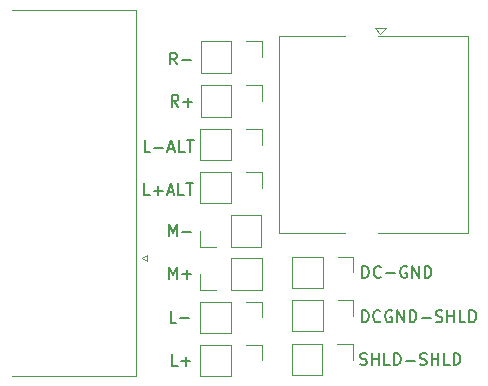
<source format=gbr>
%TF.GenerationSoftware,KiCad,Pcbnew,(5.1.10-1-10_14)*%
%TF.CreationDate,2021-06-16T16:32:42-07:00*%
%TF.ProjectId,XDS-Analog-to-StudioHub,5844532d-416e-4616-9c6f-672d746f2d53,rev?*%
%TF.SameCoordinates,Original*%
%TF.FileFunction,Legend,Top*%
%TF.FilePolarity,Positive*%
%FSLAX46Y46*%
G04 Gerber Fmt 4.6, Leading zero omitted, Abs format (unit mm)*
G04 Created by KiCad (PCBNEW (5.1.10-1-10_14)) date 2021-06-16 16:32:42*
%MOMM*%
%LPD*%
G01*
G04 APERTURE LIST*
%ADD10C,0.120000*%
%ADD11C,0.150000*%
G04 APERTURE END LIST*
D10*
%TO.C,J1*%
X124872600Y-81698200D02*
X124372600Y-82198200D01*
X123872600Y-81698200D02*
X124872600Y-81698200D01*
X124372600Y-82198200D02*
X123872600Y-81698200D01*
X115812600Y-99123200D02*
X121372600Y-99123200D01*
X115812600Y-82393200D02*
X121372600Y-82393200D01*
X115812600Y-82438200D02*
X115812600Y-99123200D01*
X131782600Y-99123200D02*
X124172600Y-99123200D01*
X131782600Y-82393200D02*
X124172600Y-82393200D01*
X131782600Y-82438200D02*
X131782600Y-99078200D01*
%TO.C,JP4*%
X109144760Y-82871000D02*
X109144760Y-85531000D01*
X111744760Y-82871000D02*
X109144760Y-82871000D01*
X111744760Y-85531000D02*
X109144760Y-85531000D01*
X111744760Y-82871000D02*
X111744760Y-85531000D01*
X113014760Y-82871000D02*
X114344760Y-82871000D01*
X114344760Y-82871000D02*
X114344760Y-84201000D01*
%TO.C,JP8*%
X122046040Y-108474200D02*
X122046040Y-109804200D01*
X120716040Y-108474200D02*
X122046040Y-108474200D01*
X119446040Y-108474200D02*
X119446040Y-111134200D01*
X119446040Y-111134200D02*
X116846040Y-111134200D01*
X119446040Y-108474200D02*
X116846040Y-108474200D01*
X116846040Y-108474200D02*
X116846040Y-111134200D01*
%TO.C,J2*%
X104150765Y-101213920D02*
X104583778Y-100963920D01*
X104583778Y-101463920D02*
X104150765Y-101213920D01*
X104583778Y-100963920D02*
X104583778Y-101463920D01*
X103689440Y-111158920D02*
X93209440Y-111158920D01*
X103689440Y-80188920D02*
X103689440Y-111158920D01*
X93209440Y-80188920D02*
X103689440Y-80188920D01*
%TO.C,JP3*%
X114344760Y-86574320D02*
X114344760Y-87904320D01*
X113014760Y-86574320D02*
X114344760Y-86574320D01*
X111744760Y-86574320D02*
X111744760Y-89234320D01*
X111744760Y-89234320D02*
X109144760Y-89234320D01*
X111744760Y-86574320D02*
X109144760Y-86574320D01*
X109144760Y-86574320D02*
X109144760Y-89234320D01*
%TO.C,JP1*%
X109104120Y-100247760D02*
X109104120Y-98917760D01*
X110434120Y-100247760D02*
X109104120Y-100247760D01*
X111704120Y-100247760D02*
X111704120Y-97587760D01*
X111704120Y-97587760D02*
X114304120Y-97587760D01*
X111704120Y-100247760D02*
X114304120Y-100247760D01*
X114304120Y-100247760D02*
X114304120Y-97587760D01*
%TO.C,JP2*%
X114305081Y-103902279D02*
X114305081Y-101242279D01*
X111705081Y-103902279D02*
X114305081Y-103902279D01*
X111705081Y-101242279D02*
X114305081Y-101242279D01*
X111705081Y-103902279D02*
X111705081Y-101242279D01*
X110435081Y-103902279D02*
X109105081Y-103902279D01*
X109105081Y-103902279D02*
X109105081Y-102572279D01*
%TO.C,JP5*%
X116881600Y-101082800D02*
X116881600Y-103742800D01*
X119481600Y-101082800D02*
X116881600Y-101082800D01*
X119481600Y-103742800D02*
X116881600Y-103742800D01*
X119481600Y-101082800D02*
X119481600Y-103742800D01*
X120751600Y-101082800D02*
X122081600Y-101082800D01*
X122081600Y-101082800D02*
X122081600Y-102412800D01*
%TO.C,JP6*%
X109114280Y-104892800D02*
X109114280Y-107552800D01*
X111714280Y-104892800D02*
X109114280Y-104892800D01*
X111714280Y-107552800D02*
X109114280Y-107552800D01*
X111714280Y-104892800D02*
X111714280Y-107552800D01*
X112984280Y-104892800D02*
X114314280Y-104892800D01*
X114314280Y-104892800D02*
X114314280Y-106222800D01*
%TO.C,JP7*%
X114309200Y-108540240D02*
X114309200Y-109870240D01*
X112979200Y-108540240D02*
X114309200Y-108540240D01*
X111709200Y-108540240D02*
X111709200Y-111200240D01*
X111709200Y-111200240D02*
X109109200Y-111200240D01*
X111709200Y-108540240D02*
X109109200Y-108540240D01*
X109109200Y-108540240D02*
X109109200Y-111200240D01*
%TO.C,JP9*%
X122076520Y-104745480D02*
X122076520Y-106075480D01*
X120746520Y-104745480D02*
X122076520Y-104745480D01*
X119476520Y-104745480D02*
X119476520Y-107405480D01*
X119476520Y-107405480D02*
X116876520Y-107405480D01*
X119476520Y-104745480D02*
X116876520Y-104745480D01*
X116876520Y-104745480D02*
X116876520Y-107405480D01*
%TO.C,JP10*%
X109123719Y-90264001D02*
X109123719Y-92924001D01*
X111723719Y-90264001D02*
X109123719Y-90264001D01*
X111723719Y-92924001D02*
X109123719Y-92924001D01*
X111723719Y-90264001D02*
X111723719Y-92924001D01*
X112993719Y-90264001D02*
X114323719Y-90264001D01*
X114323719Y-90264001D02*
X114323719Y-91594001D01*
%TO.C,JP11*%
X114323719Y-93925080D02*
X114323719Y-95255080D01*
X112993719Y-93925080D02*
X114323719Y-93925080D01*
X111723719Y-93925080D02*
X111723719Y-96585080D01*
X111723719Y-96585080D02*
X109123719Y-96585080D01*
X111723719Y-93925080D02*
X109123719Y-93925080D01*
X109123719Y-93925080D02*
X109123719Y-96585080D01*
%TO.C,JP4*%
D11*
X107152796Y-84815940D02*
X106819462Y-84339750D01*
X106581367Y-84815940D02*
X106581367Y-83815940D01*
X106962320Y-83815940D01*
X107057558Y-83863560D01*
X107105177Y-83911179D01*
X107152796Y-84006417D01*
X107152796Y-84149274D01*
X107105177Y-84244512D01*
X107057558Y-84292131D01*
X106962320Y-84339750D01*
X106581367Y-84339750D01*
X107581367Y-84434988D02*
X108343272Y-84434988D01*
%TO.C,JP8*%
X122660304Y-110214041D02*
X122803161Y-110261660D01*
X123041257Y-110261660D01*
X123136495Y-110214041D01*
X123184114Y-110166422D01*
X123231733Y-110071184D01*
X123231733Y-109975946D01*
X123184114Y-109880708D01*
X123136495Y-109833089D01*
X123041257Y-109785470D01*
X122850780Y-109737851D01*
X122755542Y-109690232D01*
X122707923Y-109642613D01*
X122660304Y-109547375D01*
X122660304Y-109452137D01*
X122707923Y-109356899D01*
X122755542Y-109309280D01*
X122850780Y-109261660D01*
X123088876Y-109261660D01*
X123231733Y-109309280D01*
X123660304Y-110261660D02*
X123660304Y-109261660D01*
X123660304Y-109737851D02*
X124231733Y-109737851D01*
X124231733Y-110261660D02*
X124231733Y-109261660D01*
X125184114Y-110261660D02*
X124707923Y-110261660D01*
X124707923Y-109261660D01*
X125517447Y-110261660D02*
X125517447Y-109261660D01*
X125755542Y-109261660D01*
X125898400Y-109309280D01*
X125993638Y-109404518D01*
X126041257Y-109499756D01*
X126088876Y-109690232D01*
X126088876Y-109833089D01*
X126041257Y-110023565D01*
X125993638Y-110118803D01*
X125898400Y-110214041D01*
X125755542Y-110261660D01*
X125517447Y-110261660D01*
X126517447Y-109880708D02*
X127279352Y-109880708D01*
X127707923Y-110214041D02*
X127850780Y-110261660D01*
X128088876Y-110261660D01*
X128184114Y-110214041D01*
X128231733Y-110166422D01*
X128279352Y-110071184D01*
X128279352Y-109975946D01*
X128231733Y-109880708D01*
X128184114Y-109833089D01*
X128088876Y-109785470D01*
X127898400Y-109737851D01*
X127803161Y-109690232D01*
X127755542Y-109642613D01*
X127707923Y-109547375D01*
X127707923Y-109452137D01*
X127755542Y-109356899D01*
X127803161Y-109309280D01*
X127898400Y-109261660D01*
X128136495Y-109261660D01*
X128279352Y-109309280D01*
X128707923Y-110261660D02*
X128707923Y-109261660D01*
X128707923Y-109737851D02*
X129279352Y-109737851D01*
X129279352Y-110261660D02*
X129279352Y-109261660D01*
X130231733Y-110261660D02*
X129755542Y-110261660D01*
X129755542Y-109261660D01*
X130565066Y-110261660D02*
X130565066Y-109261660D01*
X130803161Y-109261660D01*
X130946019Y-109309280D01*
X131041257Y-109404518D01*
X131088876Y-109499756D01*
X131136495Y-109690232D01*
X131136495Y-109833089D01*
X131088876Y-110023565D01*
X131041257Y-110118803D01*
X130946019Y-110214041D01*
X130803161Y-110261660D01*
X130565066Y-110261660D01*
%TO.C,JP3*%
X107264556Y-88382100D02*
X106931222Y-87905910D01*
X106693127Y-88382100D02*
X106693127Y-87382100D01*
X107074080Y-87382100D01*
X107169318Y-87429720D01*
X107216937Y-87477339D01*
X107264556Y-87572577D01*
X107264556Y-87715434D01*
X107216937Y-87810672D01*
X107169318Y-87858291D01*
X107074080Y-87905910D01*
X106693127Y-87905910D01*
X107693127Y-88001148D02*
X108455032Y-88001148D01*
X108074080Y-88382100D02*
X108074080Y-87620196D01*
%TO.C,JP1*%
X106464219Y-99365060D02*
X106464219Y-98365060D01*
X106797552Y-99079346D01*
X107130885Y-98365060D01*
X107130885Y-99365060D01*
X107607076Y-98984108D02*
X108368980Y-98984108D01*
%TO.C,JP2*%
X106464219Y-102961700D02*
X106464219Y-101961700D01*
X106797552Y-102675986D01*
X107130885Y-101961700D01*
X107130885Y-102961700D01*
X107607076Y-102580748D02*
X108368980Y-102580748D01*
X107988028Y-102961700D02*
X107988028Y-102199796D01*
%TO.C,JP5*%
X122835398Y-102885500D02*
X122835398Y-101885500D01*
X123073493Y-101885500D01*
X123216350Y-101933120D01*
X123311588Y-102028358D01*
X123359207Y-102123596D01*
X123406826Y-102314072D01*
X123406826Y-102456929D01*
X123359207Y-102647405D01*
X123311588Y-102742643D01*
X123216350Y-102837881D01*
X123073493Y-102885500D01*
X122835398Y-102885500D01*
X124406826Y-102790262D02*
X124359207Y-102837881D01*
X124216350Y-102885500D01*
X124121112Y-102885500D01*
X123978255Y-102837881D01*
X123883017Y-102742643D01*
X123835398Y-102647405D01*
X123787779Y-102456929D01*
X123787779Y-102314072D01*
X123835398Y-102123596D01*
X123883017Y-102028358D01*
X123978255Y-101933120D01*
X124121112Y-101885500D01*
X124216350Y-101885500D01*
X124359207Y-101933120D01*
X124406826Y-101980739D01*
X124835398Y-102504548D02*
X125597302Y-102504548D01*
X126597302Y-101933120D02*
X126502064Y-101885500D01*
X126359207Y-101885500D01*
X126216350Y-101933120D01*
X126121112Y-102028358D01*
X126073493Y-102123596D01*
X126025874Y-102314072D01*
X126025874Y-102456929D01*
X126073493Y-102647405D01*
X126121112Y-102742643D01*
X126216350Y-102837881D01*
X126359207Y-102885500D01*
X126454445Y-102885500D01*
X126597302Y-102837881D01*
X126644921Y-102790262D01*
X126644921Y-102456929D01*
X126454445Y-102456929D01*
X127073493Y-102885500D02*
X127073493Y-101885500D01*
X127644921Y-102885500D01*
X127644921Y-101885500D01*
X128121112Y-102885500D02*
X128121112Y-101885500D01*
X128359207Y-101885500D01*
X128502064Y-101933120D01*
X128597302Y-102028358D01*
X128644921Y-102123596D01*
X128692540Y-102314072D01*
X128692540Y-102456929D01*
X128644921Y-102647405D01*
X128597302Y-102742643D01*
X128502064Y-102837881D01*
X128359207Y-102885500D01*
X128121112Y-102885500D01*
%TO.C,JP6*%
X107086756Y-106675180D02*
X106610565Y-106675180D01*
X106610565Y-105675180D01*
X107420089Y-106294228D02*
X108181994Y-106294228D01*
%TO.C,JP7*%
X107193436Y-110317540D02*
X106717245Y-110317540D01*
X106717245Y-109317540D01*
X107526769Y-109936588D02*
X108288674Y-109936588D01*
X107907721Y-110317540D02*
X107907721Y-109555636D01*
%TO.C,JP9*%
X122805156Y-106634540D02*
X122805156Y-105634540D01*
X123043251Y-105634540D01*
X123186108Y-105682160D01*
X123281346Y-105777398D01*
X123328965Y-105872636D01*
X123376584Y-106063112D01*
X123376584Y-106205969D01*
X123328965Y-106396445D01*
X123281346Y-106491683D01*
X123186108Y-106586921D01*
X123043251Y-106634540D01*
X122805156Y-106634540D01*
X124376584Y-106539302D02*
X124328965Y-106586921D01*
X124186108Y-106634540D01*
X124090870Y-106634540D01*
X123948013Y-106586921D01*
X123852775Y-106491683D01*
X123805156Y-106396445D01*
X123757537Y-106205969D01*
X123757537Y-106063112D01*
X123805156Y-105872636D01*
X123852775Y-105777398D01*
X123948013Y-105682160D01*
X124090870Y-105634540D01*
X124186108Y-105634540D01*
X124328965Y-105682160D01*
X124376584Y-105729779D01*
X125328965Y-105682160D02*
X125233727Y-105634540D01*
X125090870Y-105634540D01*
X124948013Y-105682160D01*
X124852775Y-105777398D01*
X124805156Y-105872636D01*
X124757537Y-106063112D01*
X124757537Y-106205969D01*
X124805156Y-106396445D01*
X124852775Y-106491683D01*
X124948013Y-106586921D01*
X125090870Y-106634540D01*
X125186108Y-106634540D01*
X125328965Y-106586921D01*
X125376584Y-106539302D01*
X125376584Y-106205969D01*
X125186108Y-106205969D01*
X125805156Y-106634540D02*
X125805156Y-105634540D01*
X126376584Y-106634540D01*
X126376584Y-105634540D01*
X126852775Y-106634540D02*
X126852775Y-105634540D01*
X127090870Y-105634540D01*
X127233727Y-105682160D01*
X127328965Y-105777398D01*
X127376584Y-105872636D01*
X127424203Y-106063112D01*
X127424203Y-106205969D01*
X127376584Y-106396445D01*
X127328965Y-106491683D01*
X127233727Y-106586921D01*
X127090870Y-106634540D01*
X126852775Y-106634540D01*
X127852775Y-106253588D02*
X128614680Y-106253588D01*
X129043251Y-106586921D02*
X129186108Y-106634540D01*
X129424203Y-106634540D01*
X129519441Y-106586921D01*
X129567060Y-106539302D01*
X129614680Y-106444064D01*
X129614680Y-106348826D01*
X129567060Y-106253588D01*
X129519441Y-106205969D01*
X129424203Y-106158350D01*
X129233727Y-106110731D01*
X129138489Y-106063112D01*
X129090870Y-106015493D01*
X129043251Y-105920255D01*
X129043251Y-105825017D01*
X129090870Y-105729779D01*
X129138489Y-105682160D01*
X129233727Y-105634540D01*
X129471822Y-105634540D01*
X129614680Y-105682160D01*
X130043251Y-106634540D02*
X130043251Y-105634540D01*
X130043251Y-106110731D02*
X130614680Y-106110731D01*
X130614680Y-106634540D02*
X130614680Y-105634540D01*
X131567060Y-106634540D02*
X131090870Y-106634540D01*
X131090870Y-105634540D01*
X131900394Y-106634540D02*
X131900394Y-105634540D01*
X132138489Y-105634540D01*
X132281346Y-105682160D01*
X132376584Y-105777398D01*
X132424203Y-105872636D01*
X132471822Y-106063112D01*
X132471822Y-106205969D01*
X132424203Y-106396445D01*
X132376584Y-106491683D01*
X132281346Y-106586921D01*
X132138489Y-106634540D01*
X131900394Y-106634540D01*
%TO.C,JP10*%
X104881870Y-92242900D02*
X104405680Y-92242900D01*
X104405680Y-91242900D01*
X105215203Y-91861948D02*
X105977108Y-91861948D01*
X106405680Y-91957186D02*
X106881870Y-91957186D01*
X106310441Y-92242900D02*
X106643775Y-91242900D01*
X106977108Y-92242900D01*
X107786632Y-92242900D02*
X107310441Y-92242900D01*
X107310441Y-91242900D01*
X107977108Y-91242900D02*
X108548537Y-91242900D01*
X108262822Y-92242900D02*
X108262822Y-91242900D01*
%TO.C,JP11*%
X104841230Y-95880180D02*
X104365040Y-95880180D01*
X104365040Y-94880180D01*
X105174563Y-95499228D02*
X105936468Y-95499228D01*
X105555516Y-95880180D02*
X105555516Y-95118276D01*
X106365040Y-95594466D02*
X106841230Y-95594466D01*
X106269801Y-95880180D02*
X106603135Y-94880180D01*
X106936468Y-95880180D01*
X107745992Y-95880180D02*
X107269801Y-95880180D01*
X107269801Y-94880180D01*
X107936468Y-94880180D02*
X108507897Y-94880180D01*
X108222182Y-95880180D02*
X108222182Y-94880180D01*
%TD*%
M02*

</source>
